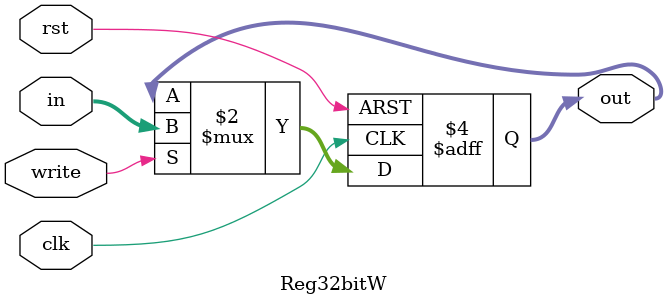
<source format=v>

module Reg32bitW (rst, clk, write, in, out);
	
	input rst, clk;
	input write;
	input [31:0] in;

	output reg [31:0] out;

	always @(posedge clk, posedge rst)
	begin
		if(rst)
			out <= 32'd0;
		else if (write)
			out <= in;

	end
endmodule
	
</source>
